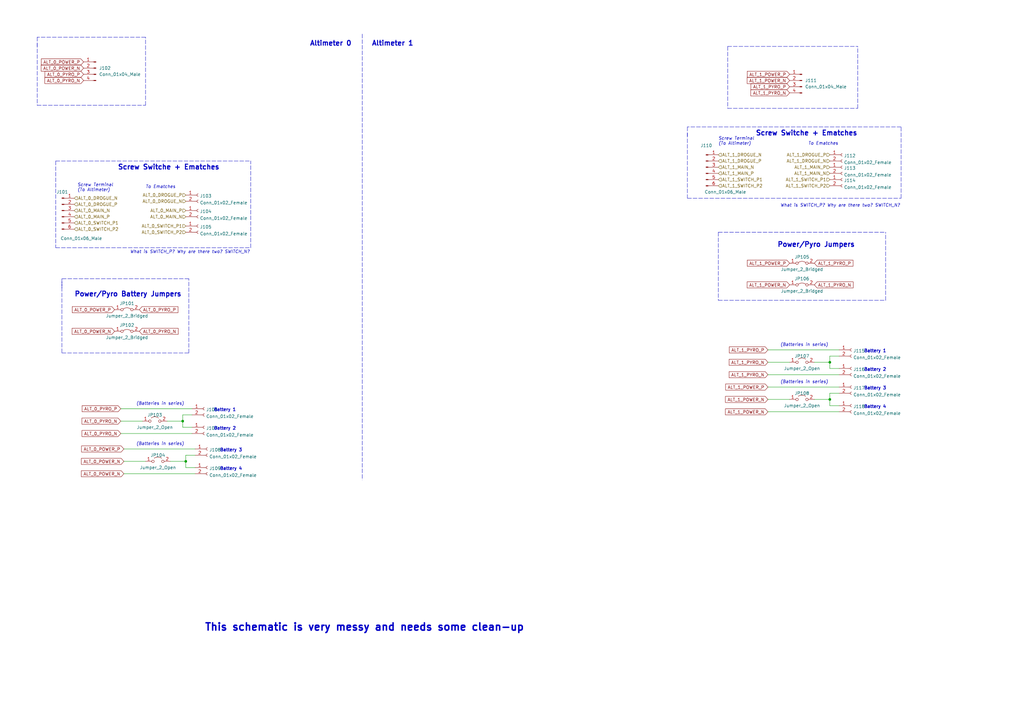
<source format=kicad_sch>
(kicad_sch (version 20211123) (generator eeschema)

  (uuid 5e32ca45-5360-40fb-a469-f6bb890d9552)

  (paper "A3")

  (title_block
    (title "TARS MK4.1 COTS Altimeter Board")
    (date "2023-03-26")
    (rev "A")
    (company "Illinois Space Society")
    (comment 4 "Contributors: Peter Giannetos")
  )

  (lib_symbols
    (symbol "Connector:Conn_01x02_Female" (pin_names (offset 1.016) hide) (in_bom yes) (on_board yes)
      (property "Reference" "J" (id 0) (at 0 2.54 0)
        (effects (font (size 1.27 1.27)))
      )
      (property "Value" "Conn_01x02_Female" (id 1) (at 0 -5.08 0)
        (effects (font (size 1.27 1.27)))
      )
      (property "Footprint" "" (id 2) (at 0 0 0)
        (effects (font (size 1.27 1.27)) hide)
      )
      (property "Datasheet" "~" (id 3) (at 0 0 0)
        (effects (font (size 1.27 1.27)) hide)
      )
      (property "ki_keywords" "connector" (id 4) (at 0 0 0)
        (effects (font (size 1.27 1.27)) hide)
      )
      (property "ki_description" "Generic connector, single row, 01x02, script generated (kicad-library-utils/schlib/autogen/connector/)" (id 5) (at 0 0 0)
        (effects (font (size 1.27 1.27)) hide)
      )
      (property "ki_fp_filters" "Connector*:*_1x??_*" (id 6) (at 0 0 0)
        (effects (font (size 1.27 1.27)) hide)
      )
      (symbol "Conn_01x02_Female_1_1"
        (arc (start 0 -2.032) (mid -0.508 -2.54) (end 0 -3.048)
          (stroke (width 0.1524) (type default) (color 0 0 0 0))
          (fill (type none))
        )
        (polyline
          (pts
            (xy -1.27 -2.54)
            (xy -0.508 -2.54)
          )
          (stroke (width 0.1524) (type default) (color 0 0 0 0))
          (fill (type none))
        )
        (polyline
          (pts
            (xy -1.27 0)
            (xy -0.508 0)
          )
          (stroke (width 0.1524) (type default) (color 0 0 0 0))
          (fill (type none))
        )
        (arc (start 0 0.508) (mid -0.508 0) (end 0 -0.508)
          (stroke (width 0.1524) (type default) (color 0 0 0 0))
          (fill (type none))
        )
        (pin passive line (at -5.08 0 0) (length 3.81)
          (name "Pin_1" (effects (font (size 1.27 1.27))))
          (number "1" (effects (font (size 1.27 1.27))))
        )
        (pin passive line (at -5.08 -2.54 0) (length 3.81)
          (name "Pin_2" (effects (font (size 1.27 1.27))))
          (number "2" (effects (font (size 1.27 1.27))))
        )
      )
    )
    (symbol "Connector:Conn_01x04_Male" (pin_names (offset 1.016) hide) (in_bom yes) (on_board yes)
      (property "Reference" "J" (id 0) (at 0 5.08 0)
        (effects (font (size 1.27 1.27)))
      )
      (property "Value" "Conn_01x04_Male" (id 1) (at 0 -7.62 0)
        (effects (font (size 1.27 1.27)))
      )
      (property "Footprint" "" (id 2) (at 0 0 0)
        (effects (font (size 1.27 1.27)) hide)
      )
      (property "Datasheet" "~" (id 3) (at 0 0 0)
        (effects (font (size 1.27 1.27)) hide)
      )
      (property "ki_keywords" "connector" (id 4) (at 0 0 0)
        (effects (font (size 1.27 1.27)) hide)
      )
      (property "ki_description" "Generic connector, single row, 01x04, script generated (kicad-library-utils/schlib/autogen/connector/)" (id 5) (at 0 0 0)
        (effects (font (size 1.27 1.27)) hide)
      )
      (property "ki_fp_filters" "Connector*:*_1x??_*" (id 6) (at 0 0 0)
        (effects (font (size 1.27 1.27)) hide)
      )
      (symbol "Conn_01x04_Male_1_1"
        (polyline
          (pts
            (xy 1.27 -5.08)
            (xy 0.8636 -5.08)
          )
          (stroke (width 0.1524) (type default) (color 0 0 0 0))
          (fill (type none))
        )
        (polyline
          (pts
            (xy 1.27 -2.54)
            (xy 0.8636 -2.54)
          )
          (stroke (width 0.1524) (type default) (color 0 0 0 0))
          (fill (type none))
        )
        (polyline
          (pts
            (xy 1.27 0)
            (xy 0.8636 0)
          )
          (stroke (width 0.1524) (type default) (color 0 0 0 0))
          (fill (type none))
        )
        (polyline
          (pts
            (xy 1.27 2.54)
            (xy 0.8636 2.54)
          )
          (stroke (width 0.1524) (type default) (color 0 0 0 0))
          (fill (type none))
        )
        (rectangle (start 0.8636 -4.953) (end 0 -5.207)
          (stroke (width 0.1524) (type default) (color 0 0 0 0))
          (fill (type outline))
        )
        (rectangle (start 0.8636 -2.413) (end 0 -2.667)
          (stroke (width 0.1524) (type default) (color 0 0 0 0))
          (fill (type outline))
        )
        (rectangle (start 0.8636 0.127) (end 0 -0.127)
          (stroke (width 0.1524) (type default) (color 0 0 0 0))
          (fill (type outline))
        )
        (rectangle (start 0.8636 2.667) (end 0 2.413)
          (stroke (width 0.1524) (type default) (color 0 0 0 0))
          (fill (type outline))
        )
        (pin passive line (at 5.08 2.54 180) (length 3.81)
          (name "Pin_1" (effects (font (size 1.27 1.27))))
          (number "1" (effects (font (size 1.27 1.27))))
        )
        (pin passive line (at 5.08 0 180) (length 3.81)
          (name "Pin_2" (effects (font (size 1.27 1.27))))
          (number "2" (effects (font (size 1.27 1.27))))
        )
        (pin passive line (at 5.08 -2.54 180) (length 3.81)
          (name "Pin_3" (effects (font (size 1.27 1.27))))
          (number "3" (effects (font (size 1.27 1.27))))
        )
        (pin passive line (at 5.08 -5.08 180) (length 3.81)
          (name "Pin_4" (effects (font (size 1.27 1.27))))
          (number "4" (effects (font (size 1.27 1.27))))
        )
      )
    )
    (symbol "Connector:Conn_01x06_Male" (pin_names (offset 1.016) hide) (in_bom yes) (on_board yes)
      (property "Reference" "J" (id 0) (at 0 7.62 0)
        (effects (font (size 1.27 1.27)))
      )
      (property "Value" "Conn_01x06_Male" (id 1) (at 0 -10.16 0)
        (effects (font (size 1.27 1.27)))
      )
      (property "Footprint" "" (id 2) (at 0 0 0)
        (effects (font (size 1.27 1.27)) hide)
      )
      (property "Datasheet" "~" (id 3) (at 0 0 0)
        (effects (font (size 1.27 1.27)) hide)
      )
      (property "ki_keywords" "connector" (id 4) (at 0 0 0)
        (effects (font (size 1.27 1.27)) hide)
      )
      (property "ki_description" "Generic connector, single row, 01x06, script generated (kicad-library-utils/schlib/autogen/connector/)" (id 5) (at 0 0 0)
        (effects (font (size 1.27 1.27)) hide)
      )
      (property "ki_fp_filters" "Connector*:*_1x??_*" (id 6) (at 0 0 0)
        (effects (font (size 1.27 1.27)) hide)
      )
      (symbol "Conn_01x06_Male_1_1"
        (polyline
          (pts
            (xy 1.27 -7.62)
            (xy 0.8636 -7.62)
          )
          (stroke (width 0.1524) (type default) (color 0 0 0 0))
          (fill (type none))
        )
        (polyline
          (pts
            (xy 1.27 -5.08)
            (xy 0.8636 -5.08)
          )
          (stroke (width 0.1524) (type default) (color 0 0 0 0))
          (fill (type none))
        )
        (polyline
          (pts
            (xy 1.27 -2.54)
            (xy 0.8636 -2.54)
          )
          (stroke (width 0.1524) (type default) (color 0 0 0 0))
          (fill (type none))
        )
        (polyline
          (pts
            (xy 1.27 0)
            (xy 0.8636 0)
          )
          (stroke (width 0.1524) (type default) (color 0 0 0 0))
          (fill (type none))
        )
        (polyline
          (pts
            (xy 1.27 2.54)
            (xy 0.8636 2.54)
          )
          (stroke (width 0.1524) (type default) (color 0 0 0 0))
          (fill (type none))
        )
        (polyline
          (pts
            (xy 1.27 5.08)
            (xy 0.8636 5.08)
          )
          (stroke (width 0.1524) (type default) (color 0 0 0 0))
          (fill (type none))
        )
        (rectangle (start 0.8636 -7.493) (end 0 -7.747)
          (stroke (width 0.1524) (type default) (color 0 0 0 0))
          (fill (type outline))
        )
        (rectangle (start 0.8636 -4.953) (end 0 -5.207)
          (stroke (width 0.1524) (type default) (color 0 0 0 0))
          (fill (type outline))
        )
        (rectangle (start 0.8636 -2.413) (end 0 -2.667)
          (stroke (width 0.1524) (type default) (color 0 0 0 0))
          (fill (type outline))
        )
        (rectangle (start 0.8636 0.127) (end 0 -0.127)
          (stroke (width 0.1524) (type default) (color 0 0 0 0))
          (fill (type outline))
        )
        (rectangle (start 0.8636 2.667) (end 0 2.413)
          (stroke (width 0.1524) (type default) (color 0 0 0 0))
          (fill (type outline))
        )
        (rectangle (start 0.8636 5.207) (end 0 4.953)
          (stroke (width 0.1524) (type default) (color 0 0 0 0))
          (fill (type outline))
        )
        (pin passive line (at 5.08 5.08 180) (length 3.81)
          (name "Pin_1" (effects (font (size 1.27 1.27))))
          (number "1" (effects (font (size 1.27 1.27))))
        )
        (pin passive line (at 5.08 2.54 180) (length 3.81)
          (name "Pin_2" (effects (font (size 1.27 1.27))))
          (number "2" (effects (font (size 1.27 1.27))))
        )
        (pin passive line (at 5.08 0 180) (length 3.81)
          (name "Pin_3" (effects (font (size 1.27 1.27))))
          (number "3" (effects (font (size 1.27 1.27))))
        )
        (pin passive line (at 5.08 -2.54 180) (length 3.81)
          (name "Pin_4" (effects (font (size 1.27 1.27))))
          (number "4" (effects (font (size 1.27 1.27))))
        )
        (pin passive line (at 5.08 -5.08 180) (length 3.81)
          (name "Pin_5" (effects (font (size 1.27 1.27))))
          (number "5" (effects (font (size 1.27 1.27))))
        )
        (pin passive line (at 5.08 -7.62 180) (length 3.81)
          (name "Pin_6" (effects (font (size 1.27 1.27))))
          (number "6" (effects (font (size 1.27 1.27))))
        )
      )
    )
    (symbol "Jumper:Jumper_2_Bridged" (pin_names (offset 0) hide) (in_bom yes) (on_board yes)
      (property "Reference" "JP" (id 0) (at 0 1.905 0)
        (effects (font (size 1.27 1.27)))
      )
      (property "Value" "Jumper_2_Bridged" (id 1) (at 0 -2.54 0)
        (effects (font (size 1.27 1.27)))
      )
      (property "Footprint" "" (id 2) (at 0 0 0)
        (effects (font (size 1.27 1.27)) hide)
      )
      (property "Datasheet" "~" (id 3) (at 0 0 0)
        (effects (font (size 1.27 1.27)) hide)
      )
      (property "ki_keywords" "Jumper SPST" (id 4) (at 0 0 0)
        (effects (font (size 1.27 1.27)) hide)
      )
      (property "ki_description" "Jumper, 2-pole, closed/bridged" (id 5) (at 0 0 0)
        (effects (font (size 1.27 1.27)) hide)
      )
      (property "ki_fp_filters" "Jumper* TestPoint*2Pads* TestPoint*Bridge*" (id 6) (at 0 0 0)
        (effects (font (size 1.27 1.27)) hide)
      )
      (symbol "Jumper_2_Bridged_0_0"
        (circle (center -2.032 0) (radius 0.508)
          (stroke (width 0) (type default) (color 0 0 0 0))
          (fill (type none))
        )
        (circle (center 2.032 0) (radius 0.508)
          (stroke (width 0) (type default) (color 0 0 0 0))
          (fill (type none))
        )
      )
      (symbol "Jumper_2_Bridged_0_1"
        (arc (start 1.524 0.254) (mid 0 0.762) (end -1.524 0.254)
          (stroke (width 0) (type default) (color 0 0 0 0))
          (fill (type none))
        )
      )
      (symbol "Jumper_2_Bridged_1_1"
        (pin passive line (at -5.08 0 0) (length 2.54)
          (name "A" (effects (font (size 1.27 1.27))))
          (number "1" (effects (font (size 1.27 1.27))))
        )
        (pin passive line (at 5.08 0 180) (length 2.54)
          (name "B" (effects (font (size 1.27 1.27))))
          (number "2" (effects (font (size 1.27 1.27))))
        )
      )
    )
    (symbol "Jumper:Jumper_2_Open" (pin_names (offset 0) hide) (in_bom yes) (on_board yes)
      (property "Reference" "JP" (id 0) (at 0 2.794 0)
        (effects (font (size 1.27 1.27)))
      )
      (property "Value" "Jumper_2_Open" (id 1) (at 0 -2.286 0)
        (effects (font (size 1.27 1.27)))
      )
      (property "Footprint" "" (id 2) (at 0 0 0)
        (effects (font (size 1.27 1.27)) hide)
      )
      (property "Datasheet" "~" (id 3) (at 0 0 0)
        (effects (font (size 1.27 1.27)) hide)
      )
      (property "ki_keywords" "Jumper SPST" (id 4) (at 0 0 0)
        (effects (font (size 1.27 1.27)) hide)
      )
      (property "ki_description" "Jumper, 2-pole, open" (id 5) (at 0 0 0)
        (effects (font (size 1.27 1.27)) hide)
      )
      (property "ki_fp_filters" "Jumper* TestPoint*2Pads* TestPoint*Bridge*" (id 6) (at 0 0 0)
        (effects (font (size 1.27 1.27)) hide)
      )
      (symbol "Jumper_2_Open_0_0"
        (circle (center -2.032 0) (radius 0.508)
          (stroke (width 0) (type default) (color 0 0 0 0))
          (fill (type none))
        )
        (circle (center 2.032 0) (radius 0.508)
          (stroke (width 0) (type default) (color 0 0 0 0))
          (fill (type none))
        )
      )
      (symbol "Jumper_2_Open_0_1"
        (arc (start 1.524 1.27) (mid 0 1.778) (end -1.524 1.27)
          (stroke (width 0) (type default) (color 0 0 0 0))
          (fill (type none))
        )
      )
      (symbol "Jumper_2_Open_1_1"
        (pin passive line (at -5.08 0 0) (length 2.54)
          (name "A" (effects (font (size 1.27 1.27))))
          (number "1" (effects (font (size 1.27 1.27))))
        )
        (pin passive line (at 5.08 0 180) (length 2.54)
          (name "B" (effects (font (size 1.27 1.27))))
          (number "2" (effects (font (size 1.27 1.27))))
        )
      )
    )
  )

  (junction (at 74.93 172.72) (diameter 0) (color 0 0 0 0)
    (uuid 11e01889-7d0e-46eb-9b0a-acfbc0950740)
  )
  (junction (at 340.36 148.59) (diameter 0) (color 0 0 0 0)
    (uuid 3c8b4352-1a40-49e1-b073-0a58a6eee55c)
  )
  (junction (at 340.36 163.83) (diameter 0) (color 0 0 0 0)
    (uuid e02b206e-d6ce-458f-8013-be8ebe2f2bfa)
  )
  (junction (at 76.2 189.23) (diameter 0) (color 0 0 0 0)
    (uuid e977c58d-8ab8-414c-938d-51a265d88a8b)
  )

  (polyline (pts (xy 294.64 95.25) (xy 363.22 95.25))
    (stroke (width 0) (type default) (color 0 0 0 0))
    (uuid 098348db-d10f-4241-8656-28faca2231f7)
  )

  (wire (pts (xy 314.96 153.67) (xy 344.17 153.67))
    (stroke (width 0) (type default) (color 0 0 0 0))
    (uuid 0a677add-8839-46e5-9e6e-0ddc5b6d39d8)
  )
  (polyline (pts (xy 298.45 19.05) (xy 298.45 44.45))
    (stroke (width 0) (type default) (color 0 0 0 0))
    (uuid 0c56be14-e447-492e-b522-8bbf957a4137)
  )
  (polyline (pts (xy 369.57 81.28) (xy 369.57 52.07))
    (stroke (width 0) (type default) (color 0 0 0 0))
    (uuid 1175b59d-8550-4c13-82db-aaba99f2961f)
  )
  (polyline (pts (xy 22.86 101.6) (xy 102.87 101.6))
    (stroke (width 0) (type default) (color 0 0 0 0))
    (uuid 16db6241-52c9-4915-94af-147f7fda67ea)
  )

  (wire (pts (xy 74.93 175.26) (xy 74.93 172.72))
    (stroke (width 0) (type default) (color 0 0 0 0))
    (uuid 1d73ce50-169e-4b5f-8639-980cfb418666)
  )
  (polyline (pts (xy 102.87 101.6) (xy 102.87 66.04))
    (stroke (width 0) (type default) (color 0 0 0 0))
    (uuid 2296e1e5-4ca9-4889-adcb-73a2fe1b241f)
  )
  (polyline (pts (xy 22.86 66.04) (xy 22.86 101.6))
    (stroke (width 0) (type default) (color 0 0 0 0))
    (uuid 24c8a5b7-d47b-4d5c-9164-72be47b734d1)
  )
  (polyline (pts (xy 15.24 43.18) (xy 59.69 43.18))
    (stroke (width 0) (type default) (color 0 0 0 0))
    (uuid 2cc4b0b4-ab11-4116-aff3-5862f184ef88)
  )
  (polyline (pts (xy 77.47 144.78) (xy 77.47 114.3))
    (stroke (width 0) (type default) (color 0 0 0 0))
    (uuid 2e33bc44-10a7-4f86-a023-fe69915b7503)
  )

  (wire (pts (xy 74.93 172.72) (xy 74.93 170.18))
    (stroke (width 0) (type default) (color 0 0 0 0))
    (uuid 33bfa5ad-576c-4825-baf5-be0c0183f399)
  )
  (wire (pts (xy 76.2 186.69) (xy 80.01 186.69))
    (stroke (width 0) (type default) (color 0 0 0 0))
    (uuid 3ef631f2-0036-48f7-8e0e-5a11eb4d831f)
  )
  (wire (pts (xy 314.96 158.75) (xy 344.17 158.75))
    (stroke (width 0) (type default) (color 0 0 0 0))
    (uuid 3f2be45d-99a7-48de-95f1-4927cd39594e)
  )
  (wire (pts (xy 49.53 167.64) (xy 78.74 167.64))
    (stroke (width 0) (type default) (color 0 0 0 0))
    (uuid 42dfbbbf-b077-4814-9766-51c23cdb6ea1)
  )
  (wire (pts (xy 50.8 184.15) (xy 80.01 184.15))
    (stroke (width 0) (type default) (color 0 0 0 0))
    (uuid 4bff3b20-2f7d-4f25-90b9-ea0c7353d6d8)
  )
  (wire (pts (xy 74.93 170.18) (xy 78.74 170.18))
    (stroke (width 0) (type default) (color 0 0 0 0))
    (uuid 4fc801db-15cb-430a-bfb7-c821fb0c25ce)
  )
  (wire (pts (xy 76.2 191.77) (xy 76.2 189.23))
    (stroke (width 0) (type default) (color 0 0 0 0))
    (uuid 5259166c-7bd1-4b5c-8e57-1882e54465e0)
  )
  (polyline (pts (xy 15.24 17.78) (xy 15.24 43.18))
    (stroke (width 0) (type default) (color 0 0 0 0))
    (uuid 5468ceed-ac16-42d6-8f6d-217c37985d15)
  )

  (wire (pts (xy 76.2 189.23) (xy 76.2 186.69))
    (stroke (width 0) (type default) (color 0 0 0 0))
    (uuid 5701779a-4ff9-4e13-9754-3f9533005766)
  )
  (wire (pts (xy 334.01 163.83) (xy 340.36 163.83))
    (stroke (width 0) (type default) (color 0 0 0 0))
    (uuid 595f4344-0281-4cd9-9854-149e3fdbb304)
  )
  (wire (pts (xy 314.96 148.59) (xy 323.85 148.59))
    (stroke (width 0) (type default) (color 0 0 0 0))
    (uuid 5eebd93f-0377-44de-bcd8-30f6bcadb01a)
  )
  (polyline (pts (xy 363.22 123.19) (xy 363.22 95.25))
    (stroke (width 0) (type default) (color 0 0 0 0))
    (uuid 65150b25-0a62-434c-8c12-98bfc0eb2c11)
  )
  (polyline (pts (xy 148.59 13.97) (xy 148.59 196.85))
    (stroke (width 0) (type default) (color 0 0 0 0))
    (uuid 6b10c3ef-0564-4d46-8f5c-e56dc7fdc078)
  )
  (polyline (pts (xy 59.69 15.24) (xy 15.24 15.24))
    (stroke (width 0) (type default) (color 0 0 0 0))
    (uuid 6b1ee048-d670-4052-a92a-7fbb4a0fff48)
  )

  (wire (pts (xy 80.01 191.77) (xy 76.2 191.77))
    (stroke (width 0) (type default) (color 0 0 0 0))
    (uuid 6e5951ce-a0c9-471a-8aa4-62d1cec74170)
  )
  (polyline (pts (xy 281.94 54.61) (xy 281.94 81.28))
    (stroke (width 0) (type default) (color 0 0 0 0))
    (uuid 7ed1d8b9-3416-4d6b-9d5a-90b437d06072)
  )

  (wire (pts (xy 314.96 143.51) (xy 344.17 143.51))
    (stroke (width 0) (type default) (color 0 0 0 0))
    (uuid 8ad23d43-28b4-439b-9724-0bf77b189f2c)
  )
  (wire (pts (xy 340.36 146.05) (xy 340.36 148.59))
    (stroke (width 0) (type default) (color 0 0 0 0))
    (uuid 91b3c014-3de0-479c-a0e1-d4155792e32c)
  )
  (wire (pts (xy 78.74 175.26) (xy 74.93 175.26))
    (stroke (width 0) (type default) (color 0 0 0 0))
    (uuid 93c201a4-97d2-4a5f-a6d4-9e5acff0de40)
  )
  (wire (pts (xy 340.36 166.37) (xy 344.17 166.37))
    (stroke (width 0) (type default) (color 0 0 0 0))
    (uuid 94ca8536-7091-4736-9c89-035c12eba808)
  )
  (wire (pts (xy 340.36 163.83) (xy 340.36 166.37))
    (stroke (width 0) (type default) (color 0 0 0 0))
    (uuid 94e1c528-e7cf-4895-9b42-3358225baee4)
  )
  (polyline (pts (xy 298.45 19.05) (xy 351.79 19.05))
    (stroke (width 0) (type default) (color 0 0 0 0))
    (uuid 980bd405-ac5e-4064-8c7d-f3c04f1e3560)
  )
  (polyline (pts (xy 25.4 144.78) (xy 77.47 144.78))
    (stroke (width 0) (type default) (color 0 0 0 0))
    (uuid 9adaa63c-bcc0-4ecc-835e-dbbcf75bd48a)
  )

  (wire (pts (xy 334.01 148.59) (xy 340.36 148.59))
    (stroke (width 0) (type default) (color 0 0 0 0))
    (uuid 9d1567e7-d81f-404e-82dd-8f6595e17c11)
  )
  (polyline (pts (xy 281.94 52.07) (xy 281.94 55.88))
    (stroke (width 0) (type default) (color 0 0 0 0))
    (uuid 9d9dc4de-c07c-42cd-b69a-ce11df39c9c4)
  )

  (wire (pts (xy 50.8 189.23) (xy 59.69 189.23))
    (stroke (width 0) (type default) (color 0 0 0 0))
    (uuid a08dca41-4471-4910-ac47-9a5fbcaa015e)
  )
  (polyline (pts (xy 369.57 52.07) (xy 281.94 52.07))
    (stroke (width 0) (type default) (color 0 0 0 0))
    (uuid a1af5538-e4b8-47fe-b487-b362391aecb3)
  )
  (polyline (pts (xy 77.47 114.3) (xy 25.4 114.3))
    (stroke (width 0) (type default) (color 0 0 0 0))
    (uuid a3c0c3ca-0835-47fd-934d-c166a9473805)
  )
  (polyline (pts (xy 294.64 95.25) (xy 294.64 123.19))
    (stroke (width 0) (type default) (color 0 0 0 0))
    (uuid a674cb62-35b1-43b0-b50a-fd33e386bcbf)
  )
  (polyline (pts (xy 15.24 15.24) (xy 15.24 19.05))
    (stroke (width 0) (type default) (color 0 0 0 0))
    (uuid a733c700-5952-42f4-baa3-462fe8323710)
  )
  (polyline (pts (xy 298.45 44.45) (xy 351.79 44.45))
    (stroke (width 0) (type default) (color 0 0 0 0))
    (uuid a8b5724b-382d-4393-ac36-6f767251f9c6)
  )

  (wire (pts (xy 340.36 148.59) (xy 340.36 151.13))
    (stroke (width 0) (type default) (color 0 0 0 0))
    (uuid a94b29ba-b5d7-4659-8c66-53b2bce84188)
  )
  (wire (pts (xy 344.17 146.05) (xy 340.36 146.05))
    (stroke (width 0) (type default) (color 0 0 0 0))
    (uuid a9958dbd-ae62-45b8-9d1d-0c9fa646baa3)
  )
  (wire (pts (xy 50.8 194.31) (xy 80.01 194.31))
    (stroke (width 0) (type default) (color 0 0 0 0))
    (uuid b8e523ee-5c73-4afb-8b64-8f414259a6a6)
  )
  (wire (pts (xy 49.53 177.8) (xy 78.74 177.8))
    (stroke (width 0) (type default) (color 0 0 0 0))
    (uuid baa4d844-cca0-4225-bb52-a6473bf75f64)
  )
  (wire (pts (xy 340.36 151.13) (xy 344.17 151.13))
    (stroke (width 0) (type default) (color 0 0 0 0))
    (uuid c0bafa44-59b1-461a-8f5e-c1c596707cbd)
  )
  (polyline (pts (xy 281.94 81.28) (xy 369.57 81.28))
    (stroke (width 0) (type default) (color 0 0 0 0))
    (uuid c5a74911-02b1-4da7-8b62-4374d50c9fe0)
  )

  (wire (pts (xy 314.96 168.91) (xy 344.17 168.91))
    (stroke (width 0) (type default) (color 0 0 0 0))
    (uuid c6d66239-f273-4d50-89fe-0ded562f3d0a)
  )
  (wire (pts (xy 344.17 161.29) (xy 340.36 161.29))
    (stroke (width 0) (type default) (color 0 0 0 0))
    (uuid c82921fa-d2f5-4a9b-8c0b-e005412326cc)
  )
  (wire (pts (xy 68.58 172.72) (xy 74.93 172.72))
    (stroke (width 0) (type default) (color 0 0 0 0))
    (uuid cb94a4fa-ea83-4e2b-94f7-89711b73953e)
  )
  (polyline (pts (xy 59.69 43.18) (xy 59.69 15.24))
    (stroke (width 0) (type default) (color 0 0 0 0))
    (uuid ccc2262f-367e-4097-b029-777ffac170c2)
  )
  (polyline (pts (xy 25.4 114.3) (xy 25.4 118.11))
    (stroke (width 0) (type default) (color 0 0 0 0))
    (uuid d2bb8223-7aa0-4b13-837f-38dbfc4b623d)
  )

  (wire (pts (xy 69.85 189.23) (xy 76.2 189.23))
    (stroke (width 0) (type default) (color 0 0 0 0))
    (uuid d91c0365-ac0e-46ba-a628-b2cce199a49c)
  )
  (polyline (pts (xy 294.64 123.19) (xy 363.22 123.19))
    (stroke (width 0) (type default) (color 0 0 0 0))
    (uuid df6ed911-c832-4931-9a61-4b60b60c7519)
  )
  (polyline (pts (xy 25.4 115.57) (xy 25.4 144.78))
    (stroke (width 0) (type default) (color 0 0 0 0))
    (uuid eb11a5f3-59b7-4f7c-8eb2-73295343d8fc)
  )

  (wire (pts (xy 49.53 172.72) (xy 58.42 172.72))
    (stroke (width 0) (type default) (color 0 0 0 0))
    (uuid ebac570e-e0f0-4772-9986-b905997b40c9)
  )
  (polyline (pts (xy 351.79 44.45) (xy 351.79 19.05))
    (stroke (width 0) (type default) (color 0 0 0 0))
    (uuid ef63dba4-7b04-4d99-b02d-4e48ba1f438a)
  )

  (wire (pts (xy 340.36 161.29) (xy 340.36 163.83))
    (stroke (width 0) (type default) (color 0 0 0 0))
    (uuid f194201a-88d9-47d8-86e1-c43b6e3ffc43)
  )
  (wire (pts (xy 314.96 163.83) (xy 323.85 163.83))
    (stroke (width 0) (type default) (color 0 0 0 0))
    (uuid f80f4009-93e8-496a-af9c-e38d167a954f)
  )
  (polyline (pts (xy 22.86 66.04) (xy 102.87 66.04))
    (stroke (width 0) (type default) (color 0 0 0 0))
    (uuid fba3bdfe-d615-4f41-ba23-94fc11ffa975)
  )

  (text "Battery 3" (at 90.17 185.42 0)
    (effects (font (size 1.27 1.27) bold) (justify left bottom))
    (uuid 073e4cc2-a86e-43f4-8263-b1da27e881d0)
  )
  (text "(Batteries in series)" (at 55.88 166.37 0)
    (effects (font (size 1.27 1.27) italic) (justify left bottom))
    (uuid 08d11f65-422d-4d6f-9fa5-ca811ca421dd)
  )
  (text "Battery 2" (at 87.63 176.53 0)
    (effects (font (size 1.27 1.27) bold) (justify left bottom))
    (uuid 0de847b6-20a3-4eed-b392-f0f181649fec)
  )
  (text "What is SWITCH_P? Why are there two? SWITCH_N?" (at 53.34 104.14 0)
    (effects (font (size 1.27 1.27) italic) (justify left bottom))
    (uuid 0e07ad36-6668-4d14-8e83-fb32dd178669)
  )
  (text "(Batteries in series)" (at 55.88 182.88 0)
    (effects (font (size 1.27 1.27) italic) (justify left bottom))
    (uuid 1d55d21e-3fa7-4a6a-8b88-7a89c73a5646)
  )
  (text "To Ematches" (at 59.69 77.47 0)
    (effects (font (size 1.27 1.27) italic) (justify left bottom))
    (uuid 2391e0bc-2c69-4179-bb2c-e7e544ff03cb)
  )
  (text "Screw Terminal\n(To Altimeter)" (at 31.75 78.74 0)
    (effects (font (size 1.27 1.27) italic) (justify left bottom))
    (uuid 2baa5593-633e-48aa-b3af-7bda6d4d6f28)
  )
  (text "Battery 1" (at 354.33 144.78 0)
    (effects (font (size 1.27 1.27) bold) (justify left bottom))
    (uuid 33306ce3-84ec-4fbd-88a5-31ff30da69b8)
  )
  (text "Screw Switche + Ematches" (at 309.88 55.88 0)
    (effects (font (size 2 2) (thickness 0.4) bold) (justify left bottom))
    (uuid 33407378-3e8e-4816-b31d-8599cd8a76e6)
  )
  (text "Altimeter 0\n" (at 127 19.0762 0)
    (effects (font (size 2 2) bold) (justify left bottom))
    (uuid 630f2e2b-c9ac-4b67-848c-ecec260e69b2)
  )
  (text "Screw Terminal\n(To Altimeter)" (at 294.64 59.69 0)
    (effects (font (size 1.27 1.27) italic) (justify left bottom))
    (uuid 6490e1bb-8b9d-47d0-b282-a146028dca9d)
  )
  (text "Power/Pyro Battery Jumpers" (at 30.48 121.92 0)
    (effects (font (size 2 2) (thickness 0.4) bold) (justify left bottom))
    (uuid 6f0386ef-edb6-43bc-abc2-b61243c61df0)
  )
  (text "Battery 1" (at 87.63 168.91 0)
    (effects (font (size 1.27 1.27) bold) (justify left bottom))
    (uuid 7fecde81-5fd7-482e-9a72-dd4a59aa9b29)
  )
  (text "Screw Switche + Ematches" (at 48.26 69.85 0)
    (effects (font (size 2 2) (thickness 0.4) bold) (justify left bottom))
    (uuid 87ffd6a0-a5ae-4e44-8d7d-77b85ab9de5d)
  )
  (text "What is SWITCH_P? Why are there two? SWITCH_N?" (at 320.04 85.09 0)
    (effects (font (size 1.27 1.27) italic) (justify left bottom))
    (uuid 89d38494-dbcd-4b6b-bceb-8d58ba344acd)
  )
  (text "To Ematches" (at 331.47 59.69 0)
    (effects (font (size 1.27 1.27) italic) (justify left bottom))
    (uuid 938e5b8e-ba55-48e0-b4c9-3eee6d961316)
  )
  (text "(Batteries in series)" (at 320.04 142.24 0)
    (effects (font (size 1.27 1.27) italic) (justify left bottom))
    (uuid 9fc7ad55-4d32-4cae-9a4e-2f6443a9ecfd)
  )
  (text "(Batteries in series)" (at 320.04 157.48 0)
    (effects (font (size 1.27 1.27) italic) (justify left bottom))
    (uuid af8aef3f-57df-4f65-af98-49518e701bdc)
  )
  (text "Power/Pyro Jumpers" (at 318.77 101.6 0)
    (effects (font (size 2 2) (thickness 0.4) bold) (justify left bottom))
    (uuid b38e9648-be64-4b83-bf42-6fb566fe112d)
  )
  (text "Altimeter 1" (at 152.4 19.05 0)
    (effects (font (size 2 2) bold) (justify left bottom))
    (uuid b4029dc8-0335-4895-b3a0-bdacb162ebcb)
  )
  (text "Battery 3" (at 354.33 160.02 0)
    (effects (font (size 1.27 1.27) bold) (justify left bottom))
    (uuid d5e0ecf2-4588-404e-949c-4b9e3907b5ec)
  )
  (text "Battery 2" (at 354.33 152.4 0)
    (effects (font (size 1.27 1.27) bold) (justify left bottom))
    (uuid da7f8e8e-44ab-41d0-8417-14c4624153ea)
  )
  (text "This schematic is very messy and needs some clean-up"
    (at 83.82 259.08 0)
    (effects (font (size 3 3) (thickness 0.6) bold) (justify left bottom))
    (uuid eae5b1b2-4a82-4c2c-b657-499d40021952)
  )
  (text "Battery 4\n" (at 90.17 193.04 0)
    (effects (font (size 1.27 1.27) bold) (justify left bottom))
    (uuid ee07a965-1989-4fac-bf09-e358afb9839a)
  )
  (text "Battery 4\n" (at 354.33 167.64 0)
    (effects (font (size 1.27 1.27) bold) (justify left bottom))
    (uuid fc098cff-7b7c-44c7-a69b-5466fa10b22a)
  )

  (global_label "ALT_1_POWER_P" (shape input) (at 323.85 107.95 180) (fields_autoplaced)
    (effects (font (size 1.27 1.27)) (justify right))
    (uuid 037a8f2b-8098-49e4-8e8f-fe73bddbe71f)
    (property "Intersheet References" "${INTERSHEET_REFS}" (id 0) (at 306.4993 107.8706 0)
      (effects (font (size 1.27 1.27)) (justify right) hide)
    )
  )
  (global_label "ALT_0_POWER_N" (shape input) (at 50.8 189.23 180) (fields_autoplaced)
    (effects (font (size 1.27 1.27)) (justify right))
    (uuid 1b496b52-73ea-48b6-9d0e-5092cf2eddfc)
    (property "Intersheet References" "${INTERSHEET_REFS}" (id 0) (at 33.3888 189.1506 0)
      (effects (font (size 1.27 1.27)) (justify right) hide)
    )
  )
  (global_label "ALT_1_POWER_P" (shape input) (at 314.96 158.75 180) (fields_autoplaced)
    (effects (font (size 1.27 1.27)) (justify right))
    (uuid 2877aaa1-c12c-44a5-9681-06e1d4e23f86)
    (property "Intersheet References" "${INTERSHEET_REFS}" (id 0) (at 297.6093 158.6706 0)
      (effects (font (size 1.27 1.27)) (justify right) hide)
    )
  )
  (global_label "ALT_1_POWER_N" (shape input) (at 323.85 33.02 180) (fields_autoplaced)
    (effects (font (size 1.27 1.27)) (justify right))
    (uuid 33efc822-8caf-445f-bccd-d36d09bfce6b)
    (property "Intersheet References" "${INTERSHEET_REFS}" (id 0) (at 306.4388 32.9406 0)
      (effects (font (size 1.27 1.27)) (justify right) hide)
    )
  )
  (global_label "ALT_1_POWER_P" (shape input) (at 323.85 30.48 180) (fields_autoplaced)
    (effects (font (size 1.27 1.27)) (justify right))
    (uuid 59c6461d-f768-4cb0-9f85-8b2e35bf5acd)
    (property "Intersheet References" "${INTERSHEET_REFS}" (id 0) (at 306.4993 30.4006 0)
      (effects (font (size 1.27 1.27)) (justify right) hide)
    )
  )
  (global_label "ALT_0_POWER_P" (shape input) (at 34.29 25.4 180) (fields_autoplaced)
    (effects (font (size 1.27 1.27)) (justify right))
    (uuid 68bad5db-0a88-481c-960d-e93d8e323e66)
    (property "Intersheet References" "${INTERSHEET_REFS}" (id 0) (at 16.9393 25.3206 0)
      (effects (font (size 1.27 1.27)) (justify right) hide)
    )
  )
  (global_label "ALT_1_PYRO_N" (shape input) (at 314.96 148.59 180) (fields_autoplaced)
    (effects (font (size 1.27 1.27)) (justify right))
    (uuid 7b528acf-a78d-4475-94e6-0908fdeb0b32)
    (property "Intersheet References" "${INTERSHEET_REFS}" (id 0) (at 299.0607 148.5106 0)
      (effects (font (size 1.27 1.27)) (justify right) hide)
    )
  )
  (global_label "ALT_1_PYRO_N" (shape input) (at 314.96 153.67 180) (fields_autoplaced)
    (effects (font (size 1.27 1.27)) (justify right))
    (uuid 7d6b820c-7d0e-4eee-b5d1-1591ee05e7a5)
    (property "Intersheet References" "${INTERSHEET_REFS}" (id 0) (at 299.0607 153.5906 0)
      (effects (font (size 1.27 1.27)) (justify right) hide)
    )
  )
  (global_label "ALT_0_PYRO_P" (shape input) (at 49.53 167.64 180) (fields_autoplaced)
    (effects (font (size 1.27 1.27)) (justify right))
    (uuid 83a0b7fc-13aa-4b2f-bbd8-9039f4c52444)
    (property "Intersheet References" "${INTERSHEET_REFS}" (id 0) (at 33.6912 167.5606 0)
      (effects (font (size 1.27 1.27)) (justify right) hide)
    )
  )
  (global_label "ALT_1_PYRO_N" (shape input) (at 334.01 116.84 0) (fields_autoplaced)
    (effects (font (size 1.27 1.27)) (justify left))
    (uuid 85310317-8657-411c-86c3-c1cf1a6e7e32)
    (property "Intersheet References" "${INTERSHEET_REFS}" (id 0) (at 349.9093 116.9194 0)
      (effects (font (size 1.27 1.27)) (justify left) hide)
    )
  )
  (global_label "ALT_1_PYRO_P" (shape input) (at 314.96 143.51 180) (fields_autoplaced)
    (effects (font (size 1.27 1.27)) (justify right))
    (uuid 85397fbe-61da-4481-be89-708e9cf4d47f)
    (property "Intersheet References" "${INTERSHEET_REFS}" (id 0) (at 299.1212 143.4306 0)
      (effects (font (size 1.27 1.27)) (justify right) hide)
    )
  )
  (global_label "ALT_1_PYRO_P" (shape input) (at 323.85 35.56 180) (fields_autoplaced)
    (effects (font (size 1.27 1.27)) (justify right))
    (uuid 8fffc1bb-f048-4e85-9708-161b5fe9fc47)
    (property "Intersheet References" "${INTERSHEET_REFS}" (id 0) (at 308.0112 35.4806 0)
      (effects (font (size 1.27 1.27)) (justify right) hide)
    )
  )
  (global_label "ALT_0_PYRO_N" (shape input) (at 34.29 33.02 180) (fields_autoplaced)
    (effects (font (size 1.27 1.27)) (justify right))
    (uuid 9323e5cc-6da7-4704-94d8-a73e04cf8e6f)
    (property "Intersheet References" "${INTERSHEET_REFS}" (id 0) (at 18.3907 32.9406 0)
      (effects (font (size 1.27 1.27)) (justify right) hide)
    )
  )
  (global_label "ALT_0_PYRO_N" (shape input) (at 49.53 172.72 180) (fields_autoplaced)
    (effects (font (size 1.27 1.27)) (justify right))
    (uuid 98667818-4234-43c1-a5a0-3d61a7fa741b)
    (property "Intersheet References" "${INTERSHEET_REFS}" (id 0) (at 33.6307 172.6406 0)
      (effects (font (size 1.27 1.27)) (justify right) hide)
    )
  )
  (global_label "ALT_0_POWER_N" (shape input) (at 46.99 135.89 180) (fields_autoplaced)
    (effects (font (size 1.27 1.27)) (justify right))
    (uuid 9d94b4db-b0e0-4b89-9ded-6dde5941f8b5)
    (property "Intersheet References" "${INTERSHEET_REFS}" (id 0) (at 29.5788 135.8106 0)
      (effects (font (size 1.27 1.27)) (justify right) hide)
    )
  )
  (global_label "ALT_0_PYRO_P" (shape input) (at 57.15 127 0) (fields_autoplaced)
    (effects (font (size 1.27 1.27)) (justify left))
    (uuid a0d82378-b963-4256-a517-83de281dcdcb)
    (property "Intersheet References" "${INTERSHEET_REFS}" (id 0) (at 72.9888 127.0794 0)
      (effects (font (size 1.27 1.27)) (justify left) hide)
    )
  )
  (global_label "ALT_0_POWER_N" (shape input) (at 34.29 27.94 180) (fields_autoplaced)
    (effects (font (size 1.27 1.27)) (justify right))
    (uuid a20d6ebc-d103-4d63-a227-9061fbb1faa6)
    (property "Intersheet References" "${INTERSHEET_REFS}" (id 0) (at 16.8788 27.8606 0)
      (effects (font (size 1.27 1.27)) (justify right) hide)
    )
  )
  (global_label "ALT_1_PYRO_P" (shape input) (at 334.01 107.95 0) (fields_autoplaced)
    (effects (font (size 1.27 1.27)) (justify left))
    (uuid a8d89a20-21f2-481e-81e3-2c5ae1785aa3)
    (property "Intersheet References" "${INTERSHEET_REFS}" (id 0) (at 349.8488 108.0294 0)
      (effects (font (size 1.27 1.27)) (justify left) hide)
    )
  )
  (global_label "ALT_1_POWER_N" (shape input) (at 314.96 163.83 180) (fields_autoplaced)
    (effects (font (size 1.27 1.27)) (justify right))
    (uuid aaf59cf4-fa98-43a9-9564-bb5a7c405aac)
    (property "Intersheet References" "${INTERSHEET_REFS}" (id 0) (at 297.5488 163.7506 0)
      (effects (font (size 1.27 1.27)) (justify right) hide)
    )
  )
  (global_label "ALT_1_POWER_N" (shape input) (at 323.85 116.84 180) (fields_autoplaced)
    (effects (font (size 1.27 1.27)) (justify right))
    (uuid ac11436e-51f4-4afd-9e72-c00b77c76055)
    (property "Intersheet References" "${INTERSHEET_REFS}" (id 0) (at 306.4388 116.7606 0)
      (effects (font (size 1.27 1.27)) (justify right) hide)
    )
  )
  (global_label "ALT_0_POWER_P" (shape input) (at 50.8 184.15 180) (fields_autoplaced)
    (effects (font (size 1.27 1.27)) (justify right))
    (uuid adbeab0d-f09a-444e-9806-28c81676ea76)
    (property "Intersheet References" "${INTERSHEET_REFS}" (id 0) (at 33.4493 184.0706 0)
      (effects (font (size 1.27 1.27)) (justify right) hide)
    )
  )
  (global_label "ALT_0_POWER_P" (shape input) (at 46.99 127 180) (fields_autoplaced)
    (effects (font (size 1.27 1.27)) (justify right))
    (uuid aef3a4ac-5a48-4b1f-9b61-efa80b6d59e0)
    (property "Intersheet References" "${INTERSHEET_REFS}" (id 0) (at 29.6393 126.9206 0)
      (effects (font (size 1.27 1.27)) (justify right) hide)
    )
  )
  (global_label "ALT_1_POWER_N" (shape input) (at 314.96 168.91 180) (fields_autoplaced)
    (effects (font (size 1.27 1.27)) (justify right))
    (uuid b1ab2e3d-aa34-47c2-aaf7-4fd8e3ba148a)
    (property "Intersheet References" "${INTERSHEET_REFS}" (id 0) (at 297.5488 168.8306 0)
      (effects (font (size 1.27 1.27)) (justify right) hide)
    )
  )
  (global_label "ALT_0_PYRO_P" (shape input) (at 34.29 30.48 180) (fields_autoplaced)
    (effects (font (size 1.27 1.27)) (justify right))
    (uuid d1edc5be-3ba0-48aa-933c-a86ed39c044e)
    (property "Intersheet References" "${INTERSHEET_REFS}" (id 0) (at 18.4512 30.4006 0)
      (effects (font (size 1.27 1.27)) (justify right) hide)
    )
  )
  (global_label "ALT_0_PYRO_N" (shape input) (at 49.53 177.8 180) (fields_autoplaced)
    (effects (font (size 1.27 1.27)) (justify right))
    (uuid d9e4649e-58aa-4897-9e25-c91d7cc5d387)
    (property "Intersheet References" "${INTERSHEET_REFS}" (id 0) (at 33.6307 177.7206 0)
      (effects (font (size 1.27 1.27)) (justify right) hide)
    )
  )
  (global_label "ALT_1_PYRO_N" (shape input) (at 323.85 38.1 180) (fields_autoplaced)
    (effects (font (size 1.27 1.27)) (justify right))
    (uuid de48b405-0ca2-41a3-a010-5eaa74c33170)
    (property "Intersheet References" "${INTERSHEET_REFS}" (id 0) (at 307.9507 38.0206 0)
      (effects (font (size 1.27 1.27)) (justify right) hide)
    )
  )
  (global_label "ALT_0_PYRO_N" (shape input) (at 57.15 135.89 0) (fields_autoplaced)
    (effects (font (size 1.27 1.27)) (justify left))
    (uuid e1266c89-5e65-42f9-9be8-741bd777d47a)
    (property "Intersheet References" "${INTERSHEET_REFS}" (id 0) (at 73.0493 135.9694 0)
      (effects (font (size 1.27 1.27)) (justify left) hide)
    )
  )
  (global_label "ALT_0_POWER_N" (shape input) (at 50.8 194.31 180) (fields_autoplaced)
    (effects (font (size 1.27 1.27)) (justify right))
    (uuid f1849bbc-69b1-471e-9a49-d08bf09a2ed5)
    (property "Intersheet References" "${INTERSHEET_REFS}" (id 0) (at 33.3888 194.2306 0)
      (effects (font (size 1.27 1.27)) (justify right) hide)
    )
  )

  (hierarchical_label "ALT_1_MAIN_N" (shape input) (at 340.36 71.12 180)
    (effects (font (size 1.27 1.27)) (justify right))
    (uuid 09da6355-13fd-402e-8f6f-50372f1f3e47)
  )
  (hierarchical_label "ALT_0_SWITCH_P2" (shape input) (at 30.48 93.98 0)
    (effects (font (size 1.27 1.27)) (justify left))
    (uuid 101f0103-d463-472c-8891-76f4da9fe1a0)
  )
  (hierarchical_label "ALT_0_DROGUE_P" (shape input) (at 76.2 80.01 180)
    (effects (font (size 1.27 1.27)) (justify right))
    (uuid 372b442e-706f-4d17-8ffb-782a2cf0498c)
  )
  (hierarchical_label "ALT_0_SWITCH_P1" (shape input) (at 30.48 91.44 0)
    (effects (font (size 1.27 1.27)) (justify left))
    (uuid 37b0e545-4fc3-44b3-8f79-6ebf953c81a1)
  )
  (hierarchical_label "ALT_0_MAIN_P" (shape input) (at 30.48 88.9 0)
    (effects (font (size 1.27 1.27)) (justify left))
    (uuid 4bbe1503-ca7d-452f-b546-e1e336e0b01d)
  )
  (hierarchical_label "ALT_1_SWITCH_P1" (shape input) (at 340.36 73.66 180)
    (effects (font (size 1.27 1.27)) (justify right))
    (uuid 4d5d78c7-f94a-4163-b460-bbcd5a060001)
  )
  (hierarchical_label "ALT_1_DROGUE_N" (shape input) (at 340.36 66.04 180)
    (effects (font (size 1.27 1.27)) (justify right))
    (uuid 6b62cf36-0f94-43be-a722-ad4210238ae7)
  )
  (hierarchical_label "ALT_1_MAIN_P" (shape input) (at 294.64 71.12 0)
    (effects (font (size 1.27 1.27)) (justify left))
    (uuid 6faea706-5a93-4edf-9f89-8e4ba2b9ee0b)
  )
  (hierarchical_label "ALT_0_MAIN_P" (shape input) (at 76.2 86.36 180)
    (effects (font (size 1.27 1.27)) (justify right))
    (uuid 7f2b3cfd-7ddc-450d-b4a8-b5349bfe5c87)
  )
  (hierarchical_label "ALT_1_MAIN_N" (shape input) (at 294.64 68.58 0)
    (effects (font (size 1.27 1.27)) (justify left))
    (uuid 842c2ba8-3858-44f1-8f58-ae890ba87457)
  )
  (hierarchical_label "ALT_1_SWITCH_P1" (shape input) (at 294.64 73.66 0)
    (effects (font (size 1.27 1.27)) (justify left))
    (uuid a7d798e5-a4a0-4ba8-89a8-83e86081f909)
  )
  (hierarchical_label "ALT_1_DROGUE_P" (shape input) (at 294.64 66.04 0)
    (effects (font (size 1.27 1.27)) (justify left))
    (uuid ac56aa46-be48-4710-9cbd-87ac9048dd9a)
  )
  (hierarchical_label "ALT_0_SWITCH_P2" (shape input) (at 76.2 95.25 180)
    (effects (font (size 1.27 1.27)) (justify right))
    (uuid ac905ae6-ca8e-4f23-9056-c17d8677553b)
  )
  (hierarchical_label "ALT_1_SWITCH_P2" (shape input) (at 340.36 76.2 180)
    (effects (font (size 1.27 1.27)) (justify right))
    (uuid b59a727a-31bf-4526-ae51-fbef8661144d)
  )
  (hierarchical_label "ALT_0_MAIN_N" (shape input) (at 76.2 88.9 180)
    (effects (font (size 1.27 1.27)) (justify right))
    (uuid b9e3d211-25d6-4149-8b51-c8d4aee1f250)
  )
  (hierarchical_label "ALT_0_DROGUE_N" (shape input) (at 30.48 81.28 0)
    (effects (font (size 1.27 1.27)) (justify left))
    (uuid ba3ea428-8356-447f-8a8a-a28d023bec8d)
  )
  (hierarchical_label "ALT_1_SWITCH_P2" (shape input) (at 294.64 76.2 0)
    (effects (font (size 1.27 1.27)) (justify left))
    (uuid ba6a0484-0fa3-439f-bb6f-aa20d50b5049)
  )
  (hierarchical_label "ALT_1_DROGUE_P" (shape input) (at 340.36 63.5 180)
    (effects (font (size 1.27 1.27)) (justify right))
    (uuid c79c3857-3010-4c0d-a5c7-acc6cc8ce652)
  )
  (hierarchical_label "ALT_0_DROGUE_P" (shape input) (at 30.48 83.82 0)
    (effects (font (size 1.27 1.27)) (justify left))
    (uuid cd3a25ae-dffd-45e2-a917-b542779a81f5)
  )
  (hierarchical_label "ALT_0_MAIN_N" (shape input) (at 30.48 86.36 0)
    (effects (font (size 1.27 1.27)) (justify left))
    (uuid d2c9ef64-d7d6-42d8-ae2f-3c40ba1599b3)
  )
  (hierarchical_label "ALT_0_DROGUE_N" (shape input) (at 76.2 82.55 180)
    (effects (font (size 1.27 1.27)) (justify right))
    (uuid d6f72774-a7a1-4340-9894-c52d3bc5d0fa)
  )
  (hierarchical_label "ALT_0_SWITCH_P1" (shape input) (at 76.2 92.71 180)
    (effects (font (size 1.27 1.27)) (justify right))
    (uuid dee6f316-27a0-421f-9702-5f2e18e9dc89)
  )
  (hierarchical_label "ALT_1_MAIN_P" (shape input) (at 340.36 68.58 180)
    (effects (font (size 1.27 1.27)) (justify right))
    (uuid e1203870-e093-40eb-92e0-65c8dbed81ae)
  )
  (hierarchical_label "ALT_1_DROGUE_N" (shape input) (at 294.64 63.5 0)
    (effects (font (size 1.27 1.27)) (justify left))
    (uuid f6e5bf1b-910d-479b-8872-f64f4ad6a31c)
  )

  (symbol (lib_id "Jumper:Jumper_2_Open") (at 328.93 148.59 0) (unit 1)
    (in_bom yes) (on_board yes)
    (uuid 01253c50-a465-40a6-8d38-792e206cfc98)
    (property "Reference" "JP107" (id 0) (at 328.93 146.05 0))
    (property "Value" "Jumper_2_Open" (id 1) (at 328.93 151.13 0))
    (property "Footprint" "Jumper:SolderJumper-2_P1.3mm_Open_RoundedPad1.0x1.5mm" (id 2) (at 328.93 148.59 0)
      (effects (font (size 1.27 1.27)) hide)
    )
    (property "Datasheet" "~" (id 3) (at 328.93 148.59 0)
      (effects (font (size 1.27 1.27)) hide)
    )
    (pin "1" (uuid acdf61ac-1204-46ef-aa9e-20f38416a6ef))
    (pin "2" (uuid 2d42f2b1-02a4-4271-b453-16997f5dd5a5))
  )

  (symbol (lib_id "Connector:Conn_01x02_Female") (at 81.28 92.71 0) (unit 1)
    (in_bom yes) (on_board yes) (fields_autoplaced)
    (uuid 107eb3bd-e538-47de-b261-15b8fdd7b4ec)
    (property "Reference" "J105" (id 0) (at 81.9912 93.0715 0)
      (effects (font (size 1.27 1.27)) (justify left))
    )
    (property "Value" "Conn_01x02_Female" (id 1) (at 81.9912 95.8466 0)
      (effects (font (size 1.27 1.27)) (justify left))
    )
    (property "Footprint" "Connector_Molex:Molex_CLIK-Mate_502443-0270_1x02-1MP_P2.00mm_Vertical" (id 2) (at 81.28 92.71 0)
      (effects (font (size 1.27 1.27)) hide)
    )
    (property "Datasheet" "~" (id 3) (at 81.28 92.71 0)
      (effects (font (size 1.27 1.27)) hide)
    )
    (pin "1" (uuid dbedd436-6e99-4dca-ac21-253a0e4c5b04))
    (pin "2" (uuid 8379d89b-6852-421e-9b76-034ced6d7534))
  )

  (symbol (lib_id "Connector:Conn_01x02_Female") (at 349.25 151.13 0) (unit 1)
    (in_bom yes) (on_board yes) (fields_autoplaced)
    (uuid 1150d0fb-2f20-41ec-92f6-014b772577e1)
    (property "Reference" "J116" (id 0) (at 349.9612 151.4915 0)
      (effects (font (size 1.27 1.27)) (justify left))
    )
    (property "Value" "Conn_01x02_Female" (id 1) (at 349.9612 154.2666 0)
      (effects (font (size 1.27 1.27)) (justify left))
    )
    (property "Footprint" "Connector_JST:JST_PH_B2B-PH-K_1x02_P2.00mm_Vertical" (id 2) (at 349.25 151.13 0)
      (effects (font (size 1.27 1.27)) hide)
    )
    (property "Datasheet" "~" (id 3) (at 349.25 151.13 0)
      (effects (font (size 1.27 1.27)) hide)
    )
    (pin "1" (uuid 14f3896b-977d-459e-8853-b5622ae62772))
    (pin "2" (uuid 188bfdcd-b117-4275-9055-25ac80d0fd92))
  )

  (symbol (lib_id "Connector:Conn_01x02_Female") (at 81.28 80.01 0) (unit 1)
    (in_bom yes) (on_board yes) (fields_autoplaced)
    (uuid 18b7f81e-c0ac-4679-bd88-65d34404082c)
    (property "Reference" "J103" (id 0) (at 81.9912 80.3715 0)
      (effects (font (size 1.27 1.27)) (justify left))
    )
    (property "Value" "Conn_01x02_Female" (id 1) (at 81.9912 83.1466 0)
      (effects (font (size 1.27 1.27)) (justify left))
    )
    (property "Footprint" "Connector_Molex:Molex_CLIK-Mate_502443-0270_1x02-1MP_P2.00mm_Vertical" (id 2) (at 81.28 80.01 0)
      (effects (font (size 1.27 1.27)) hide)
    )
    (property "Datasheet" "~" (id 3) (at 81.28 80.01 0)
      (effects (font (size 1.27 1.27)) hide)
    )
    (pin "1" (uuid 0adbdfe2-7d94-4015-a2a2-fb2f1f096a3c))
    (pin "2" (uuid 9959152a-e64f-4c08-83d5-af729c2ed261))
  )

  (symbol (lib_id "Jumper:Jumper_2_Open") (at 63.5 172.72 0) (unit 1)
    (in_bom yes) (on_board yes)
    (uuid 23a1e5bf-df38-48f3-9f2b-7eb371275efe)
    (property "Reference" "JP103" (id 0) (at 63.5 170.18 0))
    (property "Value" "Jumper_2_Open" (id 1) (at 63.5 175.26 0))
    (property "Footprint" "Jumper:SolderJumper-2_P1.3mm_Open_RoundedPad1.0x1.5mm" (id 2) (at 63.5 172.72 0)
      (effects (font (size 1.27 1.27)) hide)
    )
    (property "Datasheet" "~" (id 3) (at 63.5 172.72 0)
      (effects (font (size 1.27 1.27)) hide)
    )
    (pin "1" (uuid 173f8d6e-6e02-40c8-bc1d-f8b02d126733))
    (pin "2" (uuid c2072f3d-a79d-4d9e-a989-0cc5a0cee566))
  )

  (symbol (lib_id "Connector:Conn_01x02_Female") (at 83.82 175.26 0) (unit 1)
    (in_bom yes) (on_board yes) (fields_autoplaced)
    (uuid 2ff60e05-4e26-4a55-877a-f3896308b555)
    (property "Reference" "J107" (id 0) (at 84.5312 175.6215 0)
      (effects (font (size 1.27 1.27)) (justify left))
    )
    (property "Value" "Conn_01x02_Female" (id 1) (at 84.5312 178.3966 0)
      (effects (font (size 1.27 1.27)) (justify left))
    )
    (property "Footprint" "Connector_JST:JST_PH_B2B-PH-K_1x02_P2.00mm_Vertical" (id 2) (at 83.82 175.26 0)
      (effects (font (size 1.27 1.27)) hide)
    )
    (property "Datasheet" "~" (id 3) (at 83.82 175.26 0)
      (effects (font (size 1.27 1.27)) hide)
    )
    (pin "1" (uuid a69fcb1e-b8fc-475c-9f3f-d70a58d1d229))
    (pin "2" (uuid 6d37f7cd-6c73-45ae-9fcc-af061fd959d8))
  )

  (symbol (lib_id "Connector:Conn_01x04_Male") (at 328.93 33.02 0) (mirror y) (unit 1)
    (in_bom yes) (on_board yes) (fields_autoplaced)
    (uuid 325be701-857d-4df8-a723-4f844bd708be)
    (property "Reference" "J111" (id 0) (at 330.2 33.0199 0)
      (effects (font (size 1.27 1.27)) (justify right))
    )
    (property "Value" "Conn_01x04_Male" (id 1) (at 330.2 35.5599 0)
      (effects (font (size 1.27 1.27)) (justify right))
    )
    (property "Footprint" "Connector_PinHeader_2.54mm:PinHeader_1x04_P2.54mm_Vertical" (id 2) (at 328.93 33.02 0)
      (effects (font (size 1.27 1.27)) hide)
    )
    (property "Datasheet" "~" (id 3) (at 328.93 33.02 0)
      (effects (font (size 1.27 1.27)) hide)
    )
    (pin "1" (uuid 4976ee6b-f520-4afa-9e7e-ef58c9403573))
    (pin "2" (uuid 3682e894-312f-44ca-9550-bde5fa3423b1))
    (pin "3" (uuid eb29f0e8-5dc3-419d-85d4-f8b3ac9e6053))
    (pin "4" (uuid 2fee357d-04ff-49a2-9ec1-16ed92548349))
  )

  (symbol (lib_id "Connector:Conn_01x02_Female") (at 345.44 68.58 0) (unit 1)
    (in_bom yes) (on_board yes) (fields_autoplaced)
    (uuid 4c34f0b5-83b3-4206-b049-7e5e8b260ed9)
    (property "Reference" "J113" (id 0) (at 346.1512 68.9415 0)
      (effects (font (size 1.27 1.27)) (justify left))
    )
    (property "Value" "Conn_01x02_Female" (id 1) (at 346.1512 71.7166 0)
      (effects (font (size 1.27 1.27)) (justify left))
    )
    (property "Footprint" "Connector_Molex:Molex_CLIK-Mate_502443-0270_1x02-1MP_P2.00mm_Vertical" (id 2) (at 345.44 68.58 0)
      (effects (font (size 1.27 1.27)) hide)
    )
    (property "Datasheet" "~" (id 3) (at 345.44 68.58 0)
      (effects (font (size 1.27 1.27)) hide)
    )
    (pin "1" (uuid 88cd5684-7ce2-42e4-b7b0-62df3b2be6cd))
    (pin "2" (uuid 41a68df4-d027-497f-bf59-365b6c7773cd))
  )

  (symbol (lib_id "Connector:Conn_01x02_Female") (at 83.82 167.64 0) (unit 1)
    (in_bom yes) (on_board yes) (fields_autoplaced)
    (uuid 5f7e1d59-b102-4216-9959-f0e87293921e)
    (property "Reference" "J106" (id 0) (at 84.5312 168.0015 0)
      (effects (font (size 1.27 1.27)) (justify left))
    )
    (property "Value" "Conn_01x02_Female" (id 1) (at 84.5312 170.7766 0)
      (effects (font (size 1.27 1.27)) (justify left))
    )
    (property "Footprint" "Connector_JST:JST_PH_B2B-PH-K_1x02_P2.00mm_Vertical" (id 2) (at 83.82 167.64 0)
      (effects (font (size 1.27 1.27)) hide)
    )
    (property "Datasheet" "~" (id 3) (at 83.82 167.64 0)
      (effects (font (size 1.27 1.27)) hide)
    )
    (pin "1" (uuid d7e65f72-8964-4b39-bdd0-f6b308b56fff))
    (pin "2" (uuid fca8acad-1bb1-409b-9863-39664a59f0ed))
  )

  (symbol (lib_id "Jumper:Jumper_2_Open") (at 64.77 189.23 0) (unit 1)
    (in_bom yes) (on_board yes)
    (uuid 6137b4d1-c508-434d-9fa4-89a1529a02e2)
    (property "Reference" "JP104" (id 0) (at 64.77 186.69 0))
    (property "Value" "Jumper_2_Open" (id 1) (at 64.77 191.77 0))
    (property "Footprint" "Jumper:SolderJumper-2_P1.3mm_Open_RoundedPad1.0x1.5mm" (id 2) (at 64.77 189.23 0)
      (effects (font (size 1.27 1.27)) hide)
    )
    (property "Datasheet" "~" (id 3) (at 64.77 189.23 0)
      (effects (font (size 1.27 1.27)) hide)
    )
    (pin "1" (uuid 69c8dbdc-7743-4fdf-96f0-1e96a3dba899))
    (pin "2" (uuid b260626b-e406-4a87-8298-8c8f8488ffad))
  )

  (symbol (lib_id "Jumper:Jumper_2_Bridged") (at 328.93 107.95 0) (unit 1)
    (in_bom yes) (on_board yes)
    (uuid 68bc62eb-cd28-4579-a8e1-21bdde17ac2e)
    (property "Reference" "JP105" (id 0) (at 328.93 105.41 0))
    (property "Value" "Jumper_2_Bridged" (id 1) (at 328.93 110.49 0))
    (property "Footprint" "Jumper:SolderJumper-2_P1.3mm_Bridged2Bar_RoundedPad1.0x1.5mm" (id 2) (at 328.93 107.95 0)
      (effects (font (size 1.27 1.27)) hide)
    )
    (property "Datasheet" "~" (id 3) (at 328.93 107.95 0)
      (effects (font (size 1.27 1.27)) hide)
    )
    (pin "1" (uuid c664f55f-b9c6-4aa0-b35f-5954b4811102))
    (pin "2" (uuid 63a76961-836d-4c62-ada1-0373ddffc576))
  )

  (symbol (lib_id "Connector:Conn_01x04_Male") (at 39.37 27.94 0) (mirror y) (unit 1)
    (in_bom yes) (on_board yes) (fields_autoplaced)
    (uuid 73b94bd1-326b-4acf-80ea-6b02d0bc13f4)
    (property "Reference" "J102" (id 0) (at 40.64 27.9399 0)
      (effects (font (size 1.27 1.27)) (justify right))
    )
    (property "Value" "Conn_01x04_Male" (id 1) (at 40.64 30.4799 0)
      (effects (font (size 1.27 1.27)) (justify right))
    )
    (property "Footprint" "Connector_PinHeader_2.54mm:PinHeader_1x04_P2.54mm_Vertical" (id 2) (at 39.37 27.94 0)
      (effects (font (size 1.27 1.27)) hide)
    )
    (property "Datasheet" "~" (id 3) (at 39.37 27.94 0)
      (effects (font (size 1.27 1.27)) hide)
    )
    (pin "1" (uuid 0090c3f1-fbf8-4934-aad4-cb9aa79372e1))
    (pin "2" (uuid 8ab16a31-eb3c-4f2a-a475-d61241db0055))
    (pin "3" (uuid 27a2c74e-c36d-4146-9a11-5ee79cd87cd7))
    (pin "4" (uuid 71d46466-025f-44ad-baf3-c21eecbdf4c0))
  )

  (symbol (lib_id "Connector:Conn_01x02_Female") (at 345.44 63.5 0) (unit 1)
    (in_bom yes) (on_board yes) (fields_autoplaced)
    (uuid 92e77548-5b88-470f-ba19-02d6c07cebf0)
    (property "Reference" "J112" (id 0) (at 346.1512 63.8615 0)
      (effects (font (size 1.27 1.27)) (justify left))
    )
    (property "Value" "Conn_01x02_Female" (id 1) (at 346.1512 66.6366 0)
      (effects (font (size 1.27 1.27)) (justify left))
    )
    (property "Footprint" "Connector_Molex:Molex_CLIK-Mate_502443-0270_1x02-1MP_P2.00mm_Vertical" (id 2) (at 345.44 63.5 0)
      (effects (font (size 1.27 1.27)) hide)
    )
    (property "Datasheet" "~" (id 3) (at 345.44 63.5 0)
      (effects (font (size 1.27 1.27)) hide)
    )
    (pin "1" (uuid 7172cc9d-f6ed-4353-8d5f-0e2a3247915b))
    (pin "2" (uuid 67b4eee9-5ef0-49ea-bb03-0bb10c7a8015))
  )

  (symbol (lib_id "Jumper:Jumper_2_Bridged") (at 328.93 116.84 0) (unit 1)
    (in_bom yes) (on_board yes)
    (uuid a56c0d45-8e95-4002-9476-e424bd04b953)
    (property "Reference" "JP106" (id 0) (at 328.93 114.3 0))
    (property "Value" "Jumper_2_Bridged" (id 1) (at 328.93 119.38 0))
    (property "Footprint" "Jumper:SolderJumper-2_P1.3mm_Bridged2Bar_RoundedPad1.0x1.5mm" (id 2) (at 328.93 116.84 0)
      (effects (font (size 1.27 1.27)) hide)
    )
    (property "Datasheet" "~" (id 3) (at 328.93 116.84 0)
      (effects (font (size 1.27 1.27)) hide)
    )
    (pin "1" (uuid 19b3e400-4867-4289-87cb-d82bbc29bc1f))
    (pin "2" (uuid 1b6cb820-1d58-4737-9466-1c3554df4e43))
  )

  (symbol (lib_id "Connector:Conn_01x02_Female") (at 349.25 166.37 0) (unit 1)
    (in_bom yes) (on_board yes) (fields_autoplaced)
    (uuid b483fe2c-dc43-48ee-9fd4-8621b6566925)
    (property "Reference" "J118" (id 0) (at 349.9612 166.7315 0)
      (effects (font (size 1.27 1.27)) (justify left))
    )
    (property "Value" "Conn_01x02_Female" (id 1) (at 349.9612 169.5066 0)
      (effects (font (size 1.27 1.27)) (justify left))
    )
    (property "Footprint" "Connector_JST:JST_PH_B2B-PH-K_1x02_P2.00mm_Vertical" (id 2) (at 349.25 166.37 0)
      (effects (font (size 1.27 1.27)) hide)
    )
    (property "Datasheet" "~" (id 3) (at 349.25 166.37 0)
      (effects (font (size 1.27 1.27)) hide)
    )
    (pin "1" (uuid 6a3d1d50-b600-4ba8-8840-043609de9a57))
    (pin "2" (uuid 9082e0ce-1cd5-4bcb-9665-5b81ea2f1b2f))
  )

  (symbol (lib_id "Connector:Conn_01x02_Female") (at 81.28 86.36 0) (unit 1)
    (in_bom yes) (on_board yes) (fields_autoplaced)
    (uuid b48807ef-b82c-41b2-8881-269bea1cab05)
    (property "Reference" "J104" (id 0) (at 81.9912 86.7215 0)
      (effects (font (size 1.27 1.27)) (justify left))
    )
    (property "Value" "Conn_01x02_Female" (id 1) (at 81.9912 89.4966 0)
      (effects (font (size 1.27 1.27)) (justify left))
    )
    (property "Footprint" "Connector_Molex:Molex_CLIK-Mate_502443-0270_1x02-1MP_P2.00mm_Vertical" (id 2) (at 81.28 86.36 0)
      (effects (font (size 1.27 1.27)) hide)
    )
    (property "Datasheet" "~" (id 3) (at 81.28 86.36 0)
      (effects (font (size 1.27 1.27)) hide)
    )
    (pin "1" (uuid 9612f952-a656-48c6-85be-88b6c4632c75))
    (pin "2" (uuid 9c3af4a6-6e26-4e97-b0ea-cb972b392160))
  )

  (symbol (lib_id "Connector:Conn_01x06_Male") (at 289.56 68.58 0) (unit 1)
    (in_bom yes) (on_board yes)
    (uuid c3f62cc8-c826-46f4-85cd-bff5be075dc9)
    (property "Reference" "J110" (id 0) (at 292.1 59.69 0)
      (effects (font (size 1.27 1.27)) (justify right))
    )
    (property "Value" "Conn_01x06_Male" (id 1) (at 306.07 78.74 0)
      (effects (font (size 1.27 1.27)) (justify right))
    )
    (property "Footprint" "Connector_PinHeader_2.54mm:PinHeader_1x06_P2.54mm_Vertical" (id 2) (at 289.56 68.58 0)
      (effects (font (size 1.27 1.27)) hide)
    )
    (property "Datasheet" "~" (id 3) (at 289.56 68.58 0)
      (effects (font (size 1.27 1.27)) hide)
    )
    (pin "1" (uuid 4972aa5c-cbd7-4a7e-b560-099a06393b34))
    (pin "2" (uuid d4c0349d-8d4d-4c4c-a9f5-d4c206f07995))
    (pin "3" (uuid 5a3fac6a-36d1-4d2d-a85f-df874058715a))
    (pin "4" (uuid d208bec1-1f72-4f98-8639-9aa312b5c711))
    (pin "5" (uuid 4531a1dc-d571-4c9d-aedc-91ca512eb170))
    (pin "6" (uuid babd7106-c9c2-4907-8d06-26b5ea5da4bc))
  )

  (symbol (lib_id "Jumper:Jumper_2_Bridged") (at 52.07 127 0) (unit 1)
    (in_bom yes) (on_board yes)
    (uuid c498b6fc-6911-451a-bcd2-c20c2c1cde78)
    (property "Reference" "JP101" (id 0) (at 52.07 124.46 0))
    (property "Value" "Jumper_2_Bridged" (id 1) (at 52.07 129.54 0))
    (property "Footprint" "Jumper:SolderJumper-2_P1.3mm_Bridged2Bar_RoundedPad1.0x1.5mm" (id 2) (at 52.07 127 0)
      (effects (font (size 1.27 1.27)) hide)
    )
    (property "Datasheet" "~" (id 3) (at 52.07 127 0)
      (effects (font (size 1.27 1.27)) hide)
    )
    (pin "1" (uuid 5afc9a6b-6661-4393-b0a4-398f48220bfb))
    (pin "2" (uuid 1d46fec6-06f4-4f79-a94f-5e60be362ba5))
  )

  (symbol (lib_id "Connector:Conn_01x02_Female") (at 85.09 184.15 0) (unit 1)
    (in_bom yes) (on_board yes) (fields_autoplaced)
    (uuid cc647ae4-8ed8-4a5d-90fc-7588fd5bcccd)
    (property "Reference" "J108" (id 0) (at 85.8012 184.5115 0)
      (effects (font (size 1.27 1.27)) (justify left))
    )
    (property "Value" "Conn_01x02_Female" (id 1) (at 85.8012 187.2866 0)
      (effects (font (size 1.27 1.27)) (justify left))
    )
    (property "Footprint" "Connector_JST:JST_PH_B2B-PH-K_1x02_P2.00mm_Vertical" (id 2) (at 85.09 184.15 0)
      (effects (font (size 1.27 1.27)) hide)
    )
    (property "Datasheet" "~" (id 3) (at 85.09 184.15 0)
      (effects (font (size 1.27 1.27)) hide)
    )
    (pin "1" (uuid cd016314-ce26-4e83-bcab-795888df3ddd))
    (pin "2" (uuid 68fde63a-bba3-465f-b8be-9b810fef707f))
  )

  (symbol (lib_id "Connector:Conn_01x02_Female") (at 85.09 191.77 0) (unit 1)
    (in_bom yes) (on_board yes) (fields_autoplaced)
    (uuid cccf8210-cd34-4de6-96e2-3fccf61ac513)
    (property "Reference" "J109" (id 0) (at 85.8012 192.1315 0)
      (effects (font (size 1.27 1.27)) (justify left))
    )
    (property "Value" "Conn_01x02_Female" (id 1) (at 85.8012 194.9066 0)
      (effects (font (size 1.27 1.27)) (justify left))
    )
    (property "Footprint" "Connector_JST:JST_PH_B2B-PH-K_1x02_P2.00mm_Vertical" (id 2) (at 85.09 191.77 0)
      (effects (font (size 1.27 1.27)) hide)
    )
    (property "Datasheet" "~" (id 3) (at 85.09 191.77 0)
      (effects (font (size 1.27 1.27)) hide)
    )
    (pin "1" (uuid 25b209d9-573b-4ee0-99a0-4b01c6498d31))
    (pin "2" (uuid 180f1b23-dac3-419b-b13c-adc232d826c5))
  )

  (symbol (lib_id "Connector:Conn_01x06_Male") (at 25.4 86.36 0) (unit 1)
    (in_bom yes) (on_board yes)
    (uuid dbc33994-61ff-49e1-a46c-aa586beeba84)
    (property "Reference" "J101" (id 0) (at 27.94 78.74 0)
      (effects (font (size 1.27 1.27)) (justify right))
    )
    (property "Value" "Conn_01x06_Male" (id 1) (at 41.91 97.79 0)
      (effects (font (size 1.27 1.27)) (justify right))
    )
    (property "Footprint" "Connector_PinHeader_2.54mm:PinHeader_1x06_P2.54mm_Vertical" (id 2) (at 25.4 86.36 0)
      (effects (font (size 1.27 1.27)) hide)
    )
    (property "Datasheet" "~" (id 3) (at 25.4 86.36 0)
      (effects (font (size 1.27 1.27)) hide)
    )
    (pin "1" (uuid 02f8cfac-2694-4897-94b1-79063a7436d4))
    (pin "2" (uuid 031c73f0-fbdf-4104-a323-8cc28ce883ce))
    (pin "3" (uuid c6acd50f-e362-48f5-bc90-a0fec87d7498))
    (pin "4" (uuid 9403834c-2cc5-4090-847f-dc3d97c392d4))
    (pin "5" (uuid 28abb972-9e23-49e4-934b-7b96ce0603d3))
    (pin "6" (uuid b1cd2913-425c-47d2-82e9-6a4f05c26fb7))
  )

  (symbol (lib_id "Connector:Conn_01x02_Female") (at 349.25 158.75 0) (unit 1)
    (in_bom yes) (on_board yes) (fields_autoplaced)
    (uuid e8eff761-eba2-402a-9ff0-79318df065d6)
    (property "Reference" "J117" (id 0) (at 349.9612 159.1115 0)
      (effects (font (size 1.27 1.27)) (justify left))
    )
    (property "Value" "Conn_01x02_Female" (id 1) (at 349.9612 161.8866 0)
      (effects (font (size 1.27 1.27)) (justify left))
    )
    (property "Footprint" "Connector_JST:JST_PH_B2B-PH-K_1x02_P2.00mm_Vertical" (id 2) (at 349.25 158.75 0)
      (effects (font (size 1.27 1.27)) hide)
    )
    (property "Datasheet" "~" (id 3) (at 349.25 158.75 0)
      (effects (font (size 1.27 1.27)) hide)
    )
    (pin "1" (uuid 5aa0a36c-c549-497f-a964-23386e3f6af3))
    (pin "2" (uuid 2de2113c-3e6d-43a3-9aa7-adb8647d8fe5))
  )

  (symbol (lib_id "Jumper:Jumper_2_Bridged") (at 52.07 135.89 0) (unit 1)
    (in_bom yes) (on_board yes)
    (uuid ecc31fa5-0e35-49d3-9942-8b5130b75e8a)
    (property "Reference" "JP102" (id 0) (at 52.07 133.35 0))
    (property "Value" "Jumper_2_Bridged" (id 1) (at 52.07 138.43 0))
    (property "Footprint" "Jumper:SolderJumper-2_P1.3mm_Bridged2Bar_RoundedPad1.0x1.5mm" (id 2) (at 52.07 135.89 0)
      (effects (font (size 1.27 1.27)) hide)
    )
    (property "Datasheet" "~" (id 3) (at 52.07 135.89 0)
      (effects (font (size 1.27 1.27)) hide)
    )
    (pin "1" (uuid 4e2dddb3-b861-4889-82fb-2d7c60ba309f))
    (pin "2" (uuid 1f6d45ca-6a19-441f-97e5-734811bbedfa))
  )

  (symbol (lib_id "Jumper:Jumper_2_Open") (at 328.93 163.83 0) (unit 1)
    (in_bom yes) (on_board yes)
    (uuid f27a43d7-6947-4245-9e40-138de80f860c)
    (property "Reference" "JP108" (id 0) (at 328.93 161.29 0))
    (property "Value" "Jumper_2_Open" (id 1) (at 328.93 166.37 0))
    (property "Footprint" "Jumper:SolderJumper-2_P1.3mm_Open_RoundedPad1.0x1.5mm" (id 2) (at 328.93 163.83 0)
      (effects (font (size 1.27 1.27)) hide)
    )
    (property "Datasheet" "~" (id 3) (at 328.93 163.83 0)
      (effects (font (size 1.27 1.27)) hide)
    )
    (pin "1" (uuid ece2b548-de45-4449-878a-35856a832e6f))
    (pin "2" (uuid b860e64e-7b75-46d7-9fd8-841670d7907b))
  )

  (symbol (lib_id "Connector:Conn_01x02_Female") (at 345.44 73.66 0) (unit 1)
    (in_bom yes) (on_board yes) (fields_autoplaced)
    (uuid fa6da2b3-4241-429e-a4c2-d179037eb1b9)
    (property "Reference" "J114" (id 0) (at 346.1512 74.0215 0)
      (effects (font (size 1.27 1.27)) (justify left))
    )
    (property "Value" "Conn_01x02_Female" (id 1) (at 346.1512 76.7966 0)
      (effects (font (size 1.27 1.27)) (justify left))
    )
    (property "Footprint" "Connector_Molex:Molex_CLIK-Mate_502443-0270_1x02-1MP_P2.00mm_Vertical" (id 2) (at 345.44 73.66 0)
      (effects (font (size 1.27 1.27)) hide)
    )
    (property "Datasheet" "~" (id 3) (at 345.44 73.66 0)
      (effects (font (size 1.27 1.27)) hide)
    )
    (pin "1" (uuid ee1107f6-6fbf-4997-a16c-2fd60c468c58))
    (pin "2" (uuid bfc30acc-b4e3-4e9c-987a-e0191e627cea))
  )

  (symbol (lib_id "Connector:Conn_01x02_Female") (at 349.25 143.51 0) (unit 1)
    (in_bom yes) (on_board yes) (fields_autoplaced)
    (uuid fadb5710-029a-44a9-a8e4-4722e861ca3a)
    (property "Reference" "J115" (id 0) (at 349.9612 143.8715 0)
      (effects (font (size 1.27 1.27)) (justify left))
    )
    (property "Value" "Conn_01x02_Female" (id 1) (at 349.9612 146.6466 0)
      (effects (font (size 1.27 1.27)) (justify left))
    )
    (property "Footprint" "Connector_JST:JST_PH_B2B-PH-K_1x02_P2.00mm_Vertical" (id 2) (at 349.25 143.51 0)
      (effects (font (size 1.27 1.27)) hide)
    )
    (property "Datasheet" "~" (id 3) (at 349.25 143.51 0)
      (effects (font (size 1.27 1.27)) hide)
    )
    (pin "1" (uuid ee221523-ad5a-4f59-aebd-494c0391eaef))
    (pin "2" (uuid dfde3f45-7bcd-4af4-9666-d71f79eb6e21))
  )

  (sheet_instances
    (path "/" (page "1"))
  )

  (symbol_instances
    (path "/dbc33994-61ff-49e1-a46c-aa586beeba84"
      (reference "J101") (unit 1) (value "Conn_01x06_Male") (footprint "Connector_PinHeader_2.54mm:PinHeader_1x06_P2.54mm_Vertical")
    )
    (path "/73b94bd1-326b-4acf-80ea-6b02d0bc13f4"
      (reference "J102") (unit 1) (value "Conn_01x04_Male") (footprint "Connector_PinHeader_2.54mm:PinHeader_1x04_P2.54mm_Vertical")
    )
    (path "/18b7f81e-c0ac-4679-bd88-65d34404082c"
      (reference "J103") (unit 1) (value "Conn_01x02_Female") (footprint "Connector_Molex:Molex_CLIK-Mate_502443-0270_1x02-1MP_P2.00mm_Vertical")
    )
    (path "/b48807ef-b82c-41b2-8881-269bea1cab05"
      (reference "J104") (unit 1) (value "Conn_01x02_Female") (footprint "Connector_Molex:Molex_CLIK-Mate_502443-0270_1x02-1MP_P2.00mm_Vertical")
    )
    (path "/107eb3bd-e538-47de-b261-15b8fdd7b4ec"
      (reference "J105") (unit 1) (value "Conn_01x02_Female") (footprint "Connector_Molex:Molex_CLIK-Mate_502443-0270_1x02-1MP_P2.00mm_Vertical")
    )
    (path "/5f7e1d59-b102-4216-9959-f0e87293921e"
      (reference "J106") (unit 1) (value "Conn_01x02_Female") (footprint "Connector_JST:JST_PH_B2B-PH-K_1x02_P2.00mm_Vertical")
    )
    (path "/2ff60e05-4e26-4a55-877a-f3896308b555"
      (reference "J107") (unit 1) (value "Conn_01x02_Female") (footprint "Connector_JST:JST_PH_B2B-PH-K_1x02_P2.00mm_Vertical")
    )
    (path "/cc647ae4-8ed8-4a5d-90fc-7588fd5bcccd"
      (reference "J108") (unit 1) (value "Conn_01x02_Female") (footprint "Connector_JST:JST_PH_B2B-PH-K_1x02_P2.00mm_Vertical")
    )
    (path "/cccf8210-cd34-4de6-96e2-3fccf61ac513"
      (reference "J109") (unit 1) (value "Conn_01x02_Female") (footprint "Connector_JST:JST_PH_B2B-PH-K_1x02_P2.00mm_Vertical")
    )
    (path "/c3f62cc8-c826-46f4-85cd-bff5be075dc9"
      (reference "J110") (unit 1) (value "Conn_01x06_Male") (footprint "Connector_PinHeader_2.54mm:PinHeader_1x06_P2.54mm_Vertical")
    )
    (path "/325be701-857d-4df8-a723-4f844bd708be"
      (reference "J111") (unit 1) (value "Conn_01x04_Male") (footprint "Connector_PinHeader_2.54mm:PinHeader_1x04_P2.54mm_Vertical")
    )
    (path "/92e77548-5b88-470f-ba19-02d6c07cebf0"
      (reference "J112") (unit 1) (value "Conn_01x02_Female") (footprint "Connector_Molex:Molex_CLIK-Mate_502443-0270_1x02-1MP_P2.00mm_Vertical")
    )
    (path "/4c34f0b5-83b3-4206-b049-7e5e8b260ed9"
      (reference "J113") (unit 1) (value "Conn_01x02_Female") (footprint "Connector_Molex:Molex_CLIK-Mate_502443-0270_1x02-1MP_P2.00mm_Vertical")
    )
    (path "/fa6da2b3-4241-429e-a4c2-d179037eb1b9"
      (reference "J114") (unit 1) (value "Conn_01x02_Female") (footprint "Connector_Molex:Molex_CLIK-Mate_502443-0270_1x02-1MP_P2.00mm_Vertical")
    )
    (path "/fadb5710-029a-44a9-a8e4-4722e861ca3a"
      (reference "J115") (unit 1) (value "Conn_01x02_Female") (footprint "Connector_JST:JST_PH_B2B-PH-K_1x02_P2.00mm_Vertical")
    )
    (path "/1150d0fb-2f20-41ec-92f6-014b772577e1"
      (reference "J116") (unit 1) (value "Conn_01x02_Female") (footprint "Connector_JST:JST_PH_B2B-PH-K_1x02_P2.00mm_Vertical")
    )
    (path "/e8eff761-eba2-402a-9ff0-79318df065d6"
      (reference "J117") (unit 1) (value "Conn_01x02_Female") (footprint "Connector_JST:JST_PH_B2B-PH-K_1x02_P2.00mm_Vertical")
    )
    (path "/b483fe2c-dc43-48ee-9fd4-8621b6566925"
      (reference "J118") (unit 1) (value "Conn_01x02_Female") (footprint "Connector_JST:JST_PH_B2B-PH-K_1x02_P2.00mm_Vertical")
    )
    (path "/c498b6fc-6911-451a-bcd2-c20c2c1cde78"
      (reference "JP101") (unit 1) (value "Jumper_2_Bridged") (footprint "Jumper:SolderJumper-2_P1.3mm_Bridged2Bar_RoundedPad1.0x1.5mm")
    )
    (path "/ecc31fa5-0e35-49d3-9942-8b5130b75e8a"
      (reference "JP102") (unit 1) (value "Jumper_2_Bridged") (footprint "Jumper:SolderJumper-2_P1.3mm_Bridged2Bar_RoundedPad1.0x1.5mm")
    )
    (path "/23a1e5bf-df38-48f3-9f2b-7eb371275efe"
      (reference "JP103") (unit 1) (value "Jumper_2_Open") (footprint "Jumper:SolderJumper-2_P1.3mm_Open_RoundedPad1.0x1.5mm")
    )
    (path "/6137b4d1-c508-434d-9fa4-89a1529a02e2"
      (reference "JP104") (unit 1) (value "Jumper_2_Open") (footprint "Jumper:SolderJumper-2_P1.3mm_Open_RoundedPad1.0x1.5mm")
    )
    (path "/68bc62eb-cd28-4579-a8e1-21bdde17ac2e"
      (reference "JP105") (unit 1) (value "Jumper_2_Bridged") (footprint "Jumper:SolderJumper-2_P1.3mm_Bridged2Bar_RoundedPad1.0x1.5mm")
    )
    (path "/a56c0d45-8e95-4002-9476-e424bd04b953"
      (reference "JP106") (unit 1) (value "Jumper_2_Bridged") (footprint "Jumper:SolderJumper-2_P1.3mm_Bridged2Bar_RoundedPad1.0x1.5mm")
    )
    (path "/01253c50-a465-40a6-8d38-792e206cfc98"
      (reference "JP107") (unit 1) (value "Jumper_2_Open") (footprint "Jumper:SolderJumper-2_P1.3mm_Open_RoundedPad1.0x1.5mm")
    )
    (path "/f27a43d7-6947-4245-9e40-138de80f860c"
      (reference "JP108") (unit 1) (value "Jumper_2_Open") (footprint "Jumper:SolderJumper-2_P1.3mm_Open_RoundedPad1.0x1.5mm")
    )
  )
)

</source>
